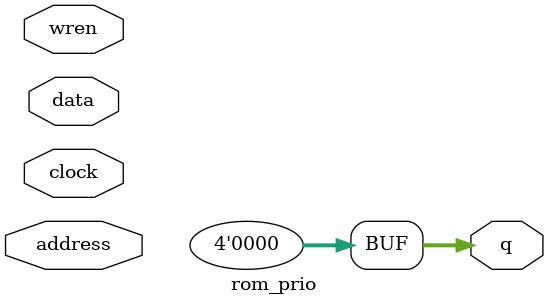
<source format=v>
module rom_prio(	// file.cleaned.mlir:2:3
  input  [7:0] address,	// file.cleaned.mlir:2:26
  input        clock,	// file.cleaned.mlir:2:44
  input  [3:0] data,	// file.cleaned.mlir:2:60
  input        wren,	// file.cleaned.mlir:2:75
  output [3:0] q	// file.cleaned.mlir:2:91
);

  assign q = 4'h0;	// file.cleaned.mlir:3:14, :4:5
endmodule


</source>
